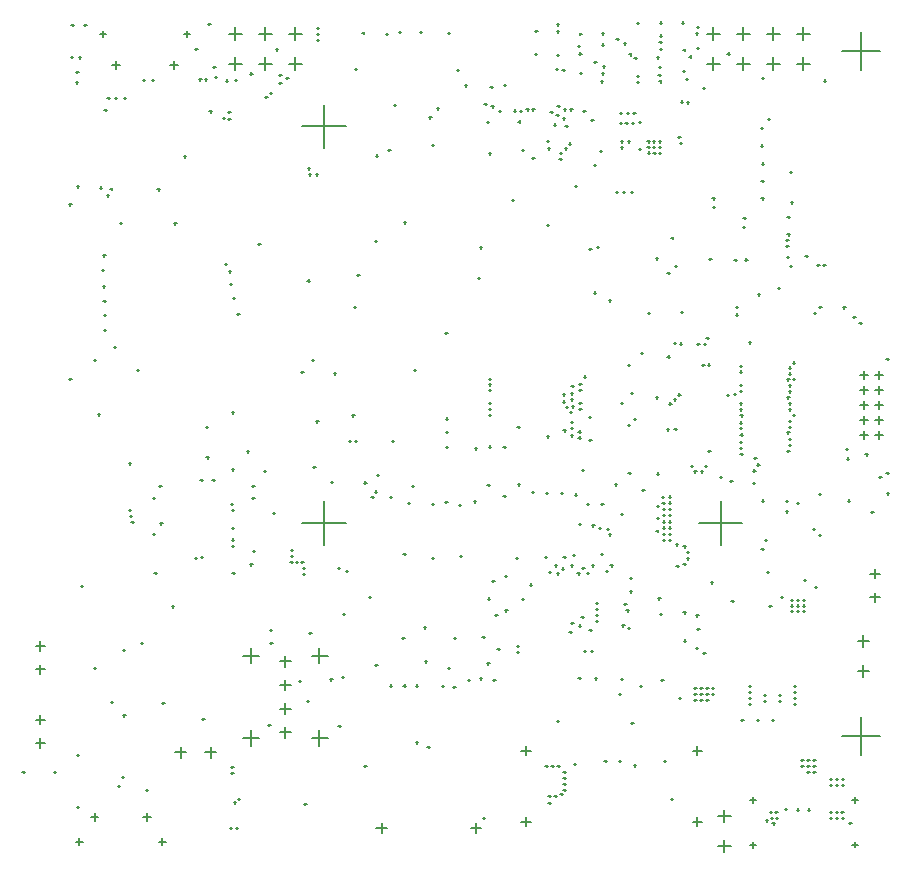
<source format=gbr>
%FSTAX23Y23*%
%MOIN*%
%SFA1B1*%

%IPPOS*%
%ADD140C,0.005000*%
%LNx98_carrier_v1r2_12082022_drillmap_1-1*%
%LPD*%
G54D140*
X00213Y00072D02*
X00236D01*
X00224Y0006D02*
Y00083D01*
X00488Y00072D02*
X00512D01*
X005Y0006D02*
Y00083D01*
X00262Y00154D02*
X00287D01*
X00275Y00141D02*
Y00167D01*
X00437Y00154D02*
X00463D01*
X0045Y00141D02*
Y00167D01*
X00544Y0037D02*
X00579D01*
X00561Y00352D02*
Y00387D01*
X00644Y0037D02*
X00679D01*
X00661Y00352D02*
Y00387D01*
X00079Y00479D02*
X0011D01*
X00094Y00463D02*
Y00495D01*
X00079Y00401D02*
X0011D01*
X00094Y00385D02*
Y00416D01*
X00078Y00647D02*
X00109D01*
X00093Y00631D02*
Y00662D01*
X00078Y00725D02*
X00109D01*
X00093Y00709D02*
Y00741D01*
X00769Y00417D02*
X00823D01*
X00796Y0039D02*
Y00443D01*
X02352Y00157D02*
X02396D01*
X02374Y00136D02*
Y00179D01*
X02352Y00057D02*
X02396D01*
X02374Y00036D02*
Y00079D01*
X02459Y00062D02*
X02478D01*
X02468Y00052D02*
Y00072D01*
X02799Y00062D02*
X02818D01*
X02809Y00053D02*
Y00072D01*
X02799Y00212D02*
X02818D01*
X02809Y00202D02*
Y00222D01*
X02459Y00212D02*
X02478D01*
X02468Y00202D02*
Y00222D01*
X01214Y00118D02*
X0125D01*
X01232Y001D02*
Y00135D01*
X01529Y00118D02*
X01564D01*
X01547Y001D02*
Y00135D01*
X00965Y01133D02*
X01111D01*
X01038Y0106D02*
Y01206D01*
X00965Y02456D02*
X01111D01*
X01038Y02383D02*
Y02529D01*
X02765Y02708D02*
X02891D01*
X02828Y02645D02*
Y02771D01*
X00574Y02765D02*
X00594D01*
X00584Y02755D02*
Y02775D01*
X00291Y02765D02*
X00311D01*
X00301Y02755D02*
Y02775D01*
X00332Y02661D02*
X0036D01*
X00346Y02647D02*
Y02675D01*
X00525Y02661D02*
X00553D01*
X00539Y02647D02*
Y02675D01*
X02877Y01528D02*
X02902D01*
X0289Y01515D02*
Y01541D01*
X02877Y01478D02*
X02902D01*
X0289Y01465D02*
Y01491D01*
X02827Y01478D02*
X02852D01*
X0284Y01465D02*
Y01491D01*
X02827Y01428D02*
X02852D01*
X0284Y01415D02*
Y01441D01*
X02827Y01528D02*
X02852D01*
X0284Y01515D02*
Y01541D01*
X02827Y01578D02*
X02852D01*
X0284Y01565D02*
Y01591D01*
X02877Y01428D02*
X02902D01*
X0289Y01415D02*
Y01441D01*
X02877Y01578D02*
X02902D01*
X0289Y01565D02*
Y01591D01*
X02827Y01628D02*
X02852D01*
X0284Y01615D02*
Y01641D01*
X02877Y01628D02*
X02902D01*
X0289Y01615D02*
Y01641D01*
X02615Y02764D02*
X02658D01*
X02637Y02743D02*
Y02786D01*
X02515Y02764D02*
X02558D01*
X02537Y02743D02*
Y02786D01*
X02415Y02764D02*
X02458D01*
X02437Y02743D02*
Y02786D01*
X02315Y02764D02*
X02358D01*
X02337Y02743D02*
Y02786D01*
X02315Y02664D02*
X02358D01*
X02337Y02643D02*
Y02686D01*
X02415Y02664D02*
X02458D01*
X02437Y02643D02*
Y02686D01*
X02515Y02664D02*
X02558D01*
X02537Y02643D02*
Y02686D01*
X02615Y02664D02*
X02658D01*
X02637Y02643D02*
Y02686D01*
X00923Y02764D02*
X00966D01*
X00944Y02743D02*
Y02786D01*
X00823Y02764D02*
X00866D01*
X00844Y02743D02*
Y02786D01*
X00723Y02764D02*
X00766D01*
X00744Y02743D02*
Y02786D01*
X00723Y02664D02*
X00766D01*
X00744Y02643D02*
Y02686D01*
X00823Y02664D02*
X00866D01*
X00844Y02643D02*
Y02686D01*
X00923Y02664D02*
X00966D01*
X00944Y02643D02*
Y02686D01*
X01697Y00375D02*
X01728D01*
X01713Y0036D02*
Y00391D01*
X02268Y00375D02*
X02299D01*
X02283Y0036D02*
Y00391D01*
X02268Y00139D02*
X02299D01*
X02283Y00124D02*
Y00155D01*
X01697Y00139D02*
X01728D01*
X01713Y00124D02*
Y00155D01*
X00998Y00417D02*
X01051D01*
X01024Y0039D02*
Y00443D01*
X00998Y00692D02*
X01051D01*
X01024Y00666D02*
Y00719D01*
X00769Y00692D02*
X00823D01*
X00796Y00666D02*
Y00719D01*
X00892Y00437D02*
X00928D01*
X0091Y00418D02*
Y00455D01*
X00892Y00515D02*
X00928D01*
X0091Y00497D02*
Y00533D01*
X00892Y00594D02*
X00928D01*
X0091Y00576D02*
Y00612D01*
X00892Y00673D02*
X00928D01*
X0091Y00655D02*
Y00691D01*
X0286Y00887D02*
X02891D01*
X02875Y00871D02*
Y00902D01*
X0286Y00965D02*
X02891D01*
X02875Y0095D02*
Y00981D01*
X02818Y0064D02*
X02857D01*
X02837Y0062D02*
Y0066D01*
X02818Y0074D02*
X02857D01*
X02837Y0072D02*
Y0076D01*
X02765Y00425D02*
X02891D01*
X02828Y00362D02*
Y00488D01*
X02288Y01133D02*
X02434D01*
X02361Y0106D02*
Y01206D01*
X01483Y02645D02*
X0149D01*
X01487Y02641D02*
Y02648D01*
X01271Y02527D02*
X01278D01*
X01275Y02523D02*
Y0253D01*
X01733Y02351D02*
X01741D01*
X01737Y02347D02*
Y02355D01*
X01698Y02378D02*
X01705D01*
X01702Y02374D02*
Y02381D01*
X0159Y02366D02*
X01597D01*
X01594Y02362D02*
Y02369D01*
X01358Y02771D02*
X01365D01*
X01362Y02767D02*
Y02774D01*
X01452Y02769D02*
X01459D01*
X01456Y02765D02*
Y02772D01*
X01415Y02516D02*
X01422D01*
X01419Y02512D02*
Y02519D01*
X01245Y02764D02*
X01252D01*
X01249Y0276D02*
Y02767D01*
X01167Y02768D02*
X01174D01*
X01171Y02764D02*
Y02771D01*
X01288Y02772D02*
X01295D01*
X01292Y02768D02*
Y02775D01*
X00388Y01333D02*
X00396D01*
X00392Y01329D02*
Y01336D01*
X00286Y01496D02*
X00293D01*
X0029Y01492D02*
Y01499D01*
X00139Y00304D02*
X00147D01*
X00143Y003D02*
Y00307D01*
X00215Y00361D02*
X00223D01*
X00219Y00357D02*
Y00364D01*
X00215Y00188D02*
X00223D01*
X00219Y00184D02*
Y00192D01*
X00034Y00304D02*
X00042D01*
X00038Y003D02*
Y00308D01*
X02592Y02305D02*
X02599D01*
X02596Y02301D02*
Y02308D01*
X00415Y01644D02*
X00422D01*
X00419Y0164D02*
Y01647D01*
X00271Y00651D02*
X00278D01*
X00275Y00647D02*
Y00654D01*
X00531Y00856D02*
X00539D01*
X00535Y00852D02*
Y0086D01*
X00843Y02555D02*
X00851D01*
X00847Y02551D02*
Y02559D01*
X00858Y02568D02*
X00866D01*
X00862Y02564D02*
Y02572D01*
X0089Y026D02*
X00898D01*
X00894Y02596D02*
Y02604D01*
X00657Y02506D02*
X00665D01*
X00661Y02502D02*
Y0251D01*
X0072Y02505D02*
X00728D01*
X00724Y02502D02*
Y02509D01*
X00623Y02613D02*
X00631D01*
X00627Y02609D02*
Y02617D01*
X00641Y02613D02*
X00649D01*
X00645Y02609D02*
Y02617D01*
X00675Y0262D02*
X00683D01*
X00679Y02616D02*
Y02624D01*
X0061Y02715D02*
X00618D01*
X00614Y02711D02*
Y02719D01*
X0067Y02655D02*
X00678D01*
X00674Y02651D02*
Y02659D01*
X00711Y02609D02*
X00718D01*
X00715Y02605D02*
Y02613D01*
X00653Y02797D02*
X00661D01*
X00657Y02793D02*
Y028D01*
X0019Y01614D02*
X00198D01*
X00194Y0161D02*
Y01617D01*
X01209Y02074D02*
X01217D01*
X01213Y0207D02*
Y02077D01*
X00468Y01218D02*
X00476D01*
X00472Y01214D02*
Y01221D01*
X0049Y01259D02*
X00498D01*
X00494Y01255D02*
Y01262D01*
X00271Y01677D02*
X00279D01*
X00275Y01673D02*
Y0168D01*
X02765Y0026D02*
X02773D01*
X02769Y00256D02*
Y00264D01*
X02725Y0028D02*
X02733D01*
X02729Y00276D02*
Y00284D01*
X02745Y0028D02*
X02753D01*
X02749Y00276D02*
Y00284D01*
X0267Y00345D02*
X02678D01*
X02674Y00341D02*
Y00349D01*
X02765Y0028D02*
X02773D01*
X02769Y00276D02*
Y00284D01*
X02779Y0138D02*
X02787D01*
X02783Y01376D02*
Y01383D01*
X0289Y01287D02*
X02898D01*
X02894Y01283D02*
Y0129D01*
X02745Y0026D02*
X02753D01*
X02749Y00256D02*
Y00264D01*
X02726Y0026D02*
X02734D01*
X0273Y00256D02*
Y00264D01*
X0267Y00305D02*
X02678D01*
X02674Y00301D02*
Y00309D01*
X0267Y00325D02*
X02678D01*
X02674Y00321D02*
Y00329D01*
X00228Y00924D02*
X00236D01*
X00232Y0092D02*
Y00927D01*
X0019Y02196D02*
X00198D01*
X00194Y02192D02*
Y02199D01*
X00369Y00711D02*
X00377D01*
X00373Y00707D02*
Y00715D01*
X0037Y00493D02*
X00378D01*
X00374Y00489D02*
Y00497D01*
X00446Y00245D02*
X00454D01*
X0045Y00241D02*
Y00249D01*
X00352Y00257D02*
X0036D01*
X00356Y00253D02*
Y00261D01*
X00429Y00734D02*
X00437D01*
X00433Y0073D02*
Y00737D01*
X005Y00534D02*
X00508D01*
X00504Y0053D02*
Y00537D01*
X00633Y0048D02*
X00641D01*
X00637Y00476D02*
Y00483D01*
X00329Y00539D02*
X00337D01*
X00333Y00535D02*
Y00542D01*
X00366Y00289D02*
X00374D01*
X0037Y00285D02*
Y00292D01*
X00726Y00117D02*
X00734D01*
X0073Y00113D02*
Y00121D01*
X00746Y00117D02*
X00754D01*
X0075Y00113D02*
Y00121D01*
X00474Y00967D02*
X00482D01*
X00478Y00963D02*
Y0097D01*
X01509Y02593D02*
X01516D01*
X01513Y02589D02*
Y02597D01*
X02596Y02203D02*
X02604D01*
X026Y02199D02*
Y02206D01*
X00216Y02256D02*
X00224D01*
X0022Y02252D02*
Y02259D01*
X01086Y00985D02*
X01094D01*
X0109Y00981D02*
Y00988D01*
X01013Y01473D02*
X01021D01*
X01017Y01469D02*
Y01476D01*
X01133Y01493D02*
X01141D01*
X01137Y01489D02*
Y01496D01*
X01112Y00975D02*
X0112D01*
X01116Y00971D02*
Y00978D01*
X00963Y01638D02*
X00971D01*
X00967Y01634D02*
Y01641D01*
X01071Y01633D02*
X01079D01*
X01075Y01629D02*
Y01636D01*
X01994Y00993D02*
X02002D01*
X01998Y00989D02*
Y00996D01*
X01979Y00974D02*
X01987D01*
X01983Y0097D02*
Y00977D01*
X01643Y00843D02*
X01651D01*
X01647Y00839D02*
Y00846D01*
X01567Y00755D02*
X01575D01*
X01571Y00751D02*
Y00759D01*
X01948Y02054D02*
X01956D01*
X01952Y0205D02*
Y02057D01*
X0161Y00828D02*
X01618D01*
X01614Y00824D02*
Y00831D01*
X01923Y02049D02*
X01931D01*
X01927Y02045D02*
Y02052D01*
X01989Y01096D02*
X01997D01*
X01993Y01092D02*
Y01099D01*
X01583Y02471D02*
X0159D01*
X01587Y02467D02*
Y02475D01*
X00303Y02026D02*
X00311D01*
X00307Y02022D02*
Y02029D01*
X00299Y01978D02*
X00307D01*
X00303Y01974D02*
Y01981D01*
X00302Y01923D02*
X0031D01*
X00306Y01919D02*
Y01926D01*
X00304Y01875D02*
X00312D01*
X00308Y01871D02*
Y01878D01*
X0075Y01831D02*
X00758D01*
X00754Y01827D02*
Y01834D01*
X00725Y01931D02*
X00733D01*
X00729Y01927D02*
Y01934D01*
X00736Y01884D02*
X00744D01*
X0074Y0188D02*
Y01887D01*
X00721Y01973D02*
X00729D01*
X00725Y01969D02*
Y01976D01*
X01884Y00966D02*
X01892D01*
X01888Y00962D02*
Y00969D01*
X019Y00985D02*
X01908D01*
X01904Y00981D02*
Y00988D01*
X01916Y00968D02*
X01924D01*
X0192Y00964D02*
Y00971D01*
X01932Y00993D02*
X0194D01*
X01936Y00989D02*
Y00996D01*
X00339Y0172D02*
X00347D01*
X00343Y01716D02*
Y01723D01*
X00305Y01777D02*
X00313D01*
X00309Y01773D02*
Y0178D01*
X00305Y01829D02*
X00313D01*
X00309Y01825D02*
Y01832D01*
X00212Y02603D02*
X0022D01*
X00216Y02599D02*
Y02606D01*
X00222Y02686D02*
X0023D01*
X00226Y02682D02*
Y02689D01*
X00213Y02638D02*
X00221D01*
X00217Y02634D02*
Y02641D01*
X00196Y02687D02*
X00204D01*
X002Y02683D02*
Y0269D01*
X01443Y01767D02*
X01451D01*
X01447Y01763D02*
Y0177D01*
X01558Y02053D02*
X01566D01*
X01562Y02049D02*
Y02056D01*
X01551Y01952D02*
X01559D01*
X01555Y01948D02*
Y01955D01*
X0082Y02064D02*
X00828D01*
X00824Y0206D02*
Y02067D01*
X0228Y00826D02*
X02288D01*
X02284Y00822D02*
Y00829D01*
X0115Y0196D02*
X01158D01*
X01154Y01956D02*
Y01963D01*
X01875Y02257D02*
X01883D01*
X01879Y02253D02*
Y0226D01*
X01102Y0083D02*
X0111D01*
X01106Y00826D02*
Y00833D01*
X02158Y00831D02*
X02166D01*
X02162Y00827D02*
Y00834D01*
X02303Y007D02*
X02311D01*
X02307Y00696D02*
Y00704D01*
X01617Y00715D02*
X01625D01*
X01621Y00711D02*
Y00719D01*
X02499Y02617D02*
X02507D01*
X02503Y02613D02*
Y02621D01*
X01959Y02375D02*
X01966D01*
X01963Y02371D02*
Y02379D01*
X02328Y00936D02*
X02335D01*
X02331Y00932D02*
Y0094D01*
X01857Y0077D02*
X01865D01*
X01861Y00766D02*
Y00774D01*
X01888Y00792D02*
X01896D01*
X01892Y00788D02*
Y00796D01*
X02052Y00785D02*
X0206D01*
X02056Y00781D02*
Y00789D01*
X02158Y02759D02*
X02166D01*
X02162Y02755D02*
Y02763D01*
X02237Y0271D02*
X02244D01*
X02241Y02706D02*
Y02714D01*
X02245Y02614D02*
X02253D01*
X02249Y0261D02*
Y02618D01*
X02154Y02628D02*
X02161D01*
X02158Y02624D02*
Y02632D01*
X02082Y02625D02*
X0209D01*
X02086Y02621D02*
Y02629D01*
X01965Y02633D02*
X01972D01*
X01969Y02629D02*
Y02637D01*
X02153Y00883D02*
X02161D01*
X02157Y00879D02*
Y00887D01*
X01197Y0122D02*
X01205D01*
X01201Y01216D02*
Y01224D01*
X01189Y00887D02*
X01197D01*
X01193Y00883D02*
Y0089D01*
X01304Y01032D02*
X01312D01*
X01308Y01028D02*
Y01035D01*
X0121Y0066D02*
X01218D01*
X01214Y00656D02*
Y00663D01*
X02221Y00551D02*
X02229D01*
X02225Y00547D02*
Y00554D01*
X02029Y00615D02*
X02037D01*
X02033Y00612D02*
Y00619D01*
X02455Y0055D02*
X02463D01*
X02459Y00546D02*
Y00554D01*
X02455Y0057D02*
X02463D01*
X02459Y00566D02*
Y00574D01*
X02455Y0053D02*
X02463D01*
X02459Y00526D02*
Y00534D01*
X02091Y00592D02*
X02099D01*
X02095Y00588D02*
Y00595D01*
X01384Y00389D02*
X01392D01*
X01388Y00385D02*
Y00392D01*
X02283Y00782D02*
X02291D01*
X02287Y00778D02*
Y00785D01*
X02455Y01736D02*
X02463D01*
X02459Y01732D02*
Y01739D01*
X02406Y01565D02*
X02413D01*
X02409Y01561D02*
Y01569D01*
X02314Y01751D02*
X02322D01*
X02318Y01747D02*
Y01755D01*
X01781Y02127D02*
X01789D01*
X01785Y02123D02*
Y0213D01*
X01781Y01423D02*
X01789D01*
X01785Y01419D02*
Y01426D01*
X02497Y01049D02*
X02505D01*
X02501Y01045D02*
Y01052D01*
X02578Y01207D02*
X02586D01*
X02582Y01203D02*
Y0121D01*
X02022Y00565D02*
X0203D01*
X02026Y00561D02*
Y00568D01*
X02397Y00874D02*
X02405D01*
X02401Y0087D02*
Y00877D01*
X02302Y02584D02*
X0231D01*
X02306Y0258D02*
Y02587D01*
X0193Y02478D02*
X01938D01*
X01934Y02474D02*
Y02481D01*
X02393Y01274D02*
X02401D01*
X02397Y0127D02*
Y01277D01*
X01899Y0131D02*
X01907D01*
X01903Y01306D02*
Y01314D01*
X00742Y0261D02*
X0075D01*
X00746Y02606D02*
Y02614D01*
X00793Y02632D02*
X00801D01*
X00797Y02628D02*
Y02636D01*
X0072Y0248D02*
X00728D01*
X00724Y02476D02*
Y02484D01*
X00701Y02485D02*
X00709D01*
X00705Y02481D02*
Y02489D01*
X00913Y02617D02*
X00921D01*
X00917Y02613D02*
Y02621D01*
X01806Y02462D02*
X01814D01*
X0181Y02458D02*
Y02466D01*
X0089Y02629D02*
X00898D01*
X00894Y02625D02*
Y02632D01*
X0147Y00588D02*
X01478D01*
X01474Y00584D02*
Y00591D01*
X00782Y01373D02*
X0079D01*
X00786Y01369D02*
Y01376D01*
X00493Y01133D02*
X00501D01*
X00497Y01129D02*
Y01136D01*
X02546Y0015D02*
X02554D01*
X0255Y00146D02*
Y00153D01*
X02512Y00143D02*
X0252D01*
X02516Y00139D02*
Y00146D01*
X02528Y00152D02*
X02536D01*
X02532Y00148D02*
Y00155D01*
X02534Y00133D02*
X02542D01*
X02538Y00129D02*
Y00136D01*
X02196Y00215D02*
X02204D01*
X022Y00211D02*
Y00218D01*
X01816Y00474D02*
X01824D01*
X0182Y0047D02*
Y00477D01*
X01568Y00151D02*
X01576D01*
X01572Y00147D02*
Y00155D01*
X00853Y00462D02*
X00861D01*
X00857Y00458D02*
Y00465D01*
X02763Y00171D02*
X02771D01*
X02767Y00167D02*
Y00174D01*
X00731Y01059D02*
X00739D01*
X00735Y01055D02*
Y01062D01*
X0099Y00769D02*
X00998D01*
X00994Y00765D02*
Y00772D01*
X0258Y02077D02*
X02588D01*
X02584Y02073D02*
Y0208D01*
X0258Y02057D02*
X02588D01*
X02584Y02053D02*
Y0206D01*
X02644Y02024D02*
X02652D01*
X02648Y0202D02*
Y02027D01*
X02551Y01919D02*
X02559D01*
X02555Y01915D02*
Y01922D01*
X0269Y01854D02*
X02698D01*
X02694Y0185D02*
Y01858D01*
X02803Y01822D02*
X02811D01*
X02807Y01818D02*
Y01825D01*
X0277Y01853D02*
X02778D01*
X02774Y01849D02*
Y01856D01*
X02689Y0123D02*
X02697D01*
X02693Y01226D02*
Y01233D01*
X02615Y012D02*
X02623D01*
X02619Y01196D02*
Y01203D01*
X02562Y00888D02*
X0257D01*
X02566Y00884D02*
Y00892D01*
X01943Y00616D02*
X0195D01*
X01946Y00612D02*
Y0062D01*
X02676Y00922D02*
X02684D01*
X0268Y00918D02*
Y00925D01*
X02638Y00944D02*
X02646D01*
X02642Y0094D02*
Y00947D01*
X00734Y00968D02*
X00742D01*
X00738Y00964D02*
Y00971D01*
X00793Y00996D02*
X00801D01*
X00797Y00992D02*
Y00999D01*
X01099Y00621D02*
X01107D01*
X01103Y00617D02*
Y00624D01*
X0106Y00613D02*
X01068D01*
X01064Y00609D02*
Y00616D01*
X00955Y00608D02*
X00963D01*
X00959Y00604D02*
Y00611D01*
X0086Y00735D02*
X00868D01*
X00864Y00731D02*
Y00738D01*
X00858Y00779D02*
X00866D01*
X00862Y00775D02*
Y00782D01*
X01087Y00457D02*
X01095D01*
X01091Y00453D02*
Y0046D01*
X00981Y00541D02*
X00989D01*
X00985Y00537D02*
Y00544D01*
X00647Y01353D02*
X00655D01*
X00651Y01349D02*
Y01356D01*
X00732Y01313D02*
X0074D01*
X00736Y01309D02*
Y01316D01*
X00838Y01308D02*
X00846D01*
X00842Y01305D02*
Y01312D01*
X008Y01257D02*
X00808D01*
X00804Y01253D02*
Y0126D01*
X008Y01217D02*
X00808D01*
X00804Y01213D02*
Y01221D01*
X00729Y01198D02*
X00737D01*
X00733Y01194D02*
Y01201D01*
X00869Y01169D02*
X00877D01*
X00873Y01165D02*
Y01172D01*
X00629Y01021D02*
X00637D01*
X00633Y01017D02*
Y01024D01*
X00391Y01159D02*
X00399D01*
X00395Y01155D02*
Y01162D01*
X00397Y01139D02*
X00405D01*
X00401Y01135D02*
Y01142D01*
X00388Y01179D02*
X00396D01*
X00392Y01175D02*
Y01182D01*
X00801Y0104D02*
X00809D01*
X00805Y01036D02*
Y01043D01*
X00608Y01017D02*
X00616D01*
X00612Y01013D02*
Y0102D01*
X00627Y01279D02*
X00635D01*
X00631Y01275D02*
Y01282D01*
X00667Y01279D02*
X00675D01*
X00671Y01275D02*
Y01282D01*
X00731Y01177D02*
X00739D01*
X00735Y01173D02*
Y01181D01*
X00731Y01118D02*
X00739D01*
X00735Y01114D02*
Y01122D01*
X00731Y01079D02*
X00739D01*
X00735Y01075D02*
Y01083D01*
X00468Y01098D02*
X00476D01*
X00472Y01094D02*
Y01102D01*
X0279Y00134D02*
X02798D01*
X02794Y0013D02*
Y00137D01*
X02171Y0034D02*
X02179D01*
X02175Y00336D02*
Y00344D01*
X02072Y00326D02*
X0208D01*
X02076Y00322D02*
Y00329D01*
X02022Y00341D02*
X0203D01*
X02026Y00337D02*
Y00344D01*
X01974Y00342D02*
X01982D01*
X01978Y00338D02*
Y00345D01*
X02485Y01896D02*
X02493D01*
X02489Y01892D02*
Y019D01*
X02323Y02014D02*
X02331D01*
X02327Y02011D02*
Y02018D01*
X01431Y0059D02*
X01439D01*
X01435Y00586D02*
Y00593D01*
X0054Y02133D02*
X00548D01*
X00544Y02129D02*
Y02136D01*
X00358Y02134D02*
X00365D01*
X00361Y0213D02*
Y02138D01*
X01844Y02458D02*
X01852D01*
X01848Y02454D02*
Y02462D01*
X01583Y00666D02*
X01591D01*
X01587Y00662D02*
Y0067D01*
X01603Y0061D02*
X01611D01*
X01607Y00606D02*
Y00614D01*
X02592Y0199D02*
X026D01*
X02596Y01986D02*
Y01994D01*
X01452Y00651D02*
X0146D01*
X01456Y00647D02*
Y00654D01*
X01376Y00673D02*
X01384D01*
X0138Y00669D02*
Y00677D01*
X01781Y02407D02*
X01789D01*
X01785Y02403D02*
Y02411D01*
X02725Y0017D02*
X02733D01*
X02729Y00166D02*
Y00174D01*
X02745Y0017D02*
X02753D01*
X02749Y00166D02*
Y00174D01*
X02725Y0015D02*
X02733D01*
X02729Y00146D02*
Y00154D01*
X02745Y0015D02*
X02753D01*
X02749Y00146D02*
Y00154D01*
X02765Y0015D02*
X02773D01*
X02769Y00146D02*
Y00154D01*
X02575Y0018D02*
X02583D01*
X02579Y00176D02*
Y00184D01*
X02543Y00171D02*
X02551D01*
X02547Y00167D02*
Y00174D01*
X02525Y0017D02*
X02533D01*
X02529Y00166D02*
Y00174D01*
X0263Y00325D02*
X02638D01*
X02634Y00321D02*
Y00329D01*
X0265Y00305D02*
X02658D01*
X02654Y00301D02*
Y00309D01*
X0265Y00325D02*
X02658D01*
X02654Y00321D02*
Y00329D01*
X0265Y00345D02*
X02658D01*
X02654Y00341D02*
Y00349D01*
X0263Y00345D02*
X02638D01*
X02634Y00341D02*
Y00349D01*
X01346Y00592D02*
X01354D01*
X0135Y00588D02*
Y00596D01*
X01304Y00592D02*
X01312D01*
X01308Y00588D02*
Y00596D01*
X00879Y02713D02*
X00887D01*
X00883Y02709D02*
Y02717D01*
X00572Y02356D02*
X0058D01*
X00576Y02352D02*
Y0236D01*
X01471Y0075D02*
X01479D01*
X01475Y00746D02*
Y00754D01*
X01809Y00993D02*
X01816D01*
X01813Y00989D02*
Y00997D01*
X01788Y0097D02*
X01796D01*
X01792Y00967D02*
Y00974D01*
X01945Y00807D02*
X01952D01*
X01948Y00803D02*
Y00811D01*
X02238Y00742D02*
X02246D01*
X02242Y00738D02*
Y00746D01*
X01946Y00848D02*
X01954D01*
X0195Y00844D02*
Y00852D01*
X01837Y01021D02*
X01845D01*
X01841Y01017D02*
Y01025D01*
X01946Y00867D02*
X01954D01*
X0195Y00863D02*
Y00871D01*
X01862Y00993D02*
X01869D01*
X01865Y00989D02*
Y00997D01*
X01946Y00827D02*
X01954D01*
X0195Y00823D02*
Y00831D01*
X01816Y00966D02*
X01824D01*
X0182Y00962D02*
Y00969D01*
X01831Y00982D02*
X01839D01*
X01835Y00978D02*
Y00986D01*
X02237Y00836D02*
X02245D01*
X02241Y00832D02*
Y0084D01*
X02555Y0054D02*
X02563D01*
X02559Y00536D02*
Y00544D01*
X02555Y0056D02*
X02563D01*
X02559Y00556D02*
Y00564D01*
X02505Y0054D02*
X02513D01*
X02509Y00536D02*
Y00544D01*
X02505Y0056D02*
X02513D01*
X02509Y00556D02*
Y00564D01*
X02605Y0053D02*
X02613D01*
X02609Y00526D02*
Y00534D01*
X02605Y0055D02*
X02613D01*
X02609Y00546D02*
Y00554D01*
X02605Y0057D02*
X02613D01*
X02609Y00566D02*
Y00574D01*
X02605Y0059D02*
X02613D01*
X02609Y00586D02*
Y00594D01*
X02455Y0059D02*
X02463D01*
X02459Y00586D02*
Y00594D01*
X0243Y00478D02*
X02438D01*
X02434Y00475D02*
Y00482D01*
X02531Y00478D02*
X02539D01*
X02535Y00475D02*
Y00482D01*
X02481Y00478D02*
X02489D01*
X02485Y00475D02*
Y00482D01*
X00984Y01942D02*
X00992D01*
X00988Y01938D02*
Y01946D01*
X01558Y00616D02*
X01566D01*
X01562Y00612D02*
Y0062D01*
X01519Y0061D02*
X01527D01*
X01523Y00606D02*
Y00614D01*
X01259Y00592D02*
X01267D01*
X01263Y00588D02*
Y00596D01*
X01817Y02525D02*
X01825D01*
X01821Y02521D02*
Y02529D01*
X00484Y02246D02*
X00492D01*
X00488Y02242D02*
Y0225D01*
X00999Y01678D02*
X01007D01*
X01003Y01674D02*
Y01681D01*
X02296Y01306D02*
X02304D01*
X023Y01302D02*
Y0131D01*
X02426Y01659D02*
X02434D01*
X0243Y01655D02*
Y01662D01*
X023Y01661D02*
X02308D01*
X02304Y01657D02*
Y01665D01*
X0232Y01374D02*
X02328D01*
X02324Y0137D02*
Y01378D01*
X02184Y01689D02*
X02192D01*
X02188Y01685D02*
Y01693D01*
X02205Y01735D02*
X02213D01*
X02209Y01731D02*
Y01739D01*
X02095Y017D02*
X02103D01*
X02099Y01696D02*
Y01703D01*
X01872Y00332D02*
X01879D01*
X01876Y00328D02*
Y00335D01*
X01837Y00305D02*
X01845D01*
X01841Y00301D02*
Y00309D01*
X01399Y02394D02*
X01407D01*
X01403Y0239D02*
Y02398D01*
X00465Y02611D02*
X00473D01*
X00469Y02607D02*
Y02615D01*
X00435Y02611D02*
X00443D01*
X00439Y02607D02*
Y02615D01*
X01863Y00801D02*
X01871D01*
X01867Y00797D02*
Y00805D01*
X02054Y01301D02*
X02062D01*
X02058Y01297D02*
Y01305D01*
X01622Y02507D02*
X0163D01*
X01626Y02503D02*
Y02511D01*
X01597Y02523D02*
X01605D01*
X01601Y02519D02*
Y02527D01*
X01574Y0253D02*
X01582D01*
X01578Y02526D02*
Y02534D01*
X0139Y02486D02*
X01398D01*
X01394Y02482D02*
Y0249D01*
X02319Y01662D02*
X02327D01*
X02323Y01658D02*
Y01666D01*
X02028Y01534D02*
X02035D01*
X02032Y0153D02*
Y01538D01*
X02063Y01567D02*
X0207D01*
X02067Y01563D02*
Y01571D01*
X02051Y0166D02*
X02059D01*
X02055Y01656D02*
Y01664D01*
X02225Y01732D02*
X02233D01*
X02229Y01728D02*
Y01736D01*
X01861Y01451D02*
X01869D01*
X01865Y01447D02*
Y01455D01*
X01861Y01471D02*
X01869D01*
X01865Y01467D02*
Y01475D01*
X01859Y01505D02*
X01866D01*
X01862Y01501D02*
Y01509D01*
X01922Y01488D02*
X0193D01*
X01926Y01484D02*
Y01491D01*
X02145Y01553D02*
X02153D01*
X02149Y01549D02*
Y01557D01*
X02309Y01324D02*
X02316D01*
X02312Y0132D02*
Y01328D01*
X0236Y01288D02*
X02367D01*
X02363Y01284D02*
Y01292D01*
X02149Y01299D02*
X02157D01*
X02153Y01295D02*
Y01303D01*
X021Y01245D02*
X02108D01*
X02104Y01241D02*
Y01249D01*
X02036Y02237D02*
X02044D01*
X0204Y02233D02*
Y02241D01*
X02012Y02238D02*
X0202D01*
X02016Y02234D02*
Y02242D01*
X02061Y02238D02*
X02069D01*
X02065Y02234D02*
Y02242D01*
X01142Y01406D02*
X0115D01*
X01146Y01403D02*
Y0141D01*
X01122Y01406D02*
X0113D01*
X01126Y01403D02*
Y0141D01*
X02584Y02096D02*
X02592D01*
X02588Y02092D02*
Y021D01*
X00646Y01455D02*
X00654D01*
X0065Y01451D02*
Y01459D01*
X00708Y01999D02*
X00716D01*
X00712Y01995D02*
Y02002D01*
X01399Y01018D02*
X01407D01*
X01403Y01014D02*
Y01022D01*
X02683Y01995D02*
X02691D01*
X02687Y01991D02*
Y01999D01*
X02703Y01995D02*
X02711D01*
X02707Y01991D02*
Y01999D01*
X01665Y0221D02*
X01673D01*
X01669Y02206D02*
Y02214D01*
X02705Y02609D02*
X02713D01*
X02709Y02605D02*
Y02613D01*
X02332Y00564D02*
X0234D01*
X02336Y0056D02*
Y00568D01*
X02332Y00583D02*
X0234D01*
X02336Y0058D02*
Y00587D01*
X02274Y00583D02*
X02281D01*
X02277Y0058D02*
Y00587D01*
X02314Y00543D02*
X02321D01*
X02317Y0054D02*
Y00547D01*
X02314Y00563D02*
X02321D01*
X02317Y0056D02*
Y00567D01*
X02294Y00543D02*
X02301D01*
X02297Y0054D02*
Y00547D01*
X02063Y00468D02*
X02071D01*
X02067Y00464D02*
Y00472D01*
X01399Y01197D02*
X01407D01*
X01403Y01193D02*
Y01201D01*
X00927Y01004D02*
X00935D01*
X00931Y01D02*
Y01008D01*
X02498Y02332D02*
X02506D01*
X02502Y02328D02*
Y02336D01*
X02584Y02155D02*
X02592D01*
X02588Y02151D02*
Y02159D01*
X02497Y02216D02*
X02505D01*
X02501Y02212D02*
Y0222D01*
X02497Y02274D02*
X02505D01*
X02501Y0227D02*
Y02278D01*
X02496Y02451D02*
X02504D01*
X025Y02447D02*
Y02455D01*
X02496Y02392D02*
X02504D01*
X025Y02388D02*
Y02396D01*
X01969Y02656D02*
X01977D01*
X01973Y02652D02*
Y0266D01*
X01962Y02606D02*
X0197D01*
X01966Y02602D02*
Y0261D01*
X0194Y02671D02*
X01948D01*
X01944Y02667D02*
Y02675D01*
X02081Y02604D02*
X02089D01*
X02085Y026D02*
Y02608D01*
X01637Y01224D02*
X01645D01*
X01641Y0122D02*
Y01228D01*
X02274Y00543D02*
X02281D01*
X02277Y0054D02*
Y00547D01*
X01492Y01025D02*
X015D01*
X01496Y01021D02*
Y01029D01*
X01961Y0103D02*
X01969D01*
X01965Y01026D02*
Y01034D01*
X01869Y01028D02*
X01877D01*
X01873Y01024D02*
Y01032D01*
X02583Y01374D02*
X02591D01*
X02587Y0137D02*
Y01378D01*
X02583Y01436D02*
X02591D01*
X02587Y01432D02*
Y0144D01*
X02602Y01495D02*
X0261D01*
X02606Y01491D02*
Y01499D01*
X02583Y01553D02*
X02591D01*
X02587Y01549D02*
Y01557D01*
X02583Y01613D02*
X02591D01*
X02587Y01609D02*
Y01617D01*
X02602Y01614D02*
X0261D01*
X02606Y0161D02*
Y01618D01*
X02602Y01669D02*
X0261D01*
X02606Y01665D02*
Y01673D01*
X02484Y01329D02*
X02491D01*
X02487Y01325D02*
Y01333D01*
X01989Y01876D02*
X01996D01*
X01993Y01872D02*
Y0188D01*
X01539Y01206D02*
X01547D01*
X01543Y01202D02*
Y0121D01*
X01584Y01261D02*
X01592D01*
X01588Y01257D02*
Y01265D01*
X01924Y0141D02*
X01931D01*
X01927Y01406D02*
Y01414D01*
X02589Y01573D02*
X02597D01*
X02593Y01569D02*
Y01577D01*
X02589Y01593D02*
X02597D01*
X02593Y01589D02*
Y01597D01*
X00732Y01503D02*
X0074D01*
X00736Y01499D02*
Y01506D01*
X02028Y01165D02*
X02036D01*
X02032Y01161D02*
Y01169D01*
X01963Y01198D02*
X01971D01*
X01967Y01194D02*
Y01201D01*
X01916Y01198D02*
X01924D01*
X0192Y01194D02*
Y01202D01*
X01489Y01195D02*
X01497D01*
X01493Y01191D02*
Y01199D01*
X01775Y0102D02*
X01783D01*
X01779Y01016D02*
Y01024D01*
X02163Y00611D02*
X02171D01*
X02167Y00608D02*
Y00615D01*
X0024Y02794D02*
X00248D01*
X00244Y0279D02*
Y02798D01*
X0132Y012D02*
X01327D01*
X01324Y01196D02*
Y01204D01*
X0189Y01131D02*
X01897D01*
X01893Y01127D02*
Y01135D01*
X01956Y01118D02*
X01964D01*
X0196Y01114D02*
Y01122D01*
X01933Y01126D02*
X01941D01*
X01937Y01122D02*
Y0113D01*
X02426Y01533D02*
X02434D01*
X0243Y01529D02*
Y01537D01*
X016Y0094D02*
X01608D01*
X01604Y00936D02*
Y00944D01*
X02426Y01595D02*
X02434D01*
X0243Y01591D02*
Y01599D01*
X01346Y00403D02*
X01354D01*
X0135Y00399D02*
Y00407D01*
X02426Y01513D02*
X02434D01*
X0243Y01509D02*
Y01517D01*
X013Y0075D02*
X01308D01*
X01304Y00746D02*
Y00754D01*
X02426Y01404D02*
X02434D01*
X0243Y014D02*
Y01408D01*
X01208Y01239D02*
X01216D01*
X01212Y01235D02*
Y01243D01*
X01174Y01269D02*
X01181D01*
X01177Y01265D02*
Y01273D01*
X01641Y00957D02*
X01649D01*
X01645Y00954D02*
Y00961D01*
X01586Y00882D02*
X01593D01*
X01589Y00879D02*
Y00886D01*
X01726Y00929D02*
X01734D01*
X0173Y00925D02*
Y00933D01*
X01983Y01114D02*
X0199D01*
X01986Y0111D02*
Y01118D01*
X02426Y01639D02*
X02434D01*
X0243Y01635D02*
Y01643D01*
X02426Y01575D02*
X02434D01*
X0243Y01571D02*
Y01579D01*
X02008Y01263D02*
X02015D01*
X02012Y01259D02*
Y01267D01*
X02426Y01384D02*
X02434D01*
X0243Y0138D02*
Y01388D01*
X02426Y0145D02*
X02434D01*
X0243Y01446D02*
Y01454D01*
X02426Y01469D02*
X02434D01*
X0243Y01465D02*
Y01473D01*
X02065Y02468D02*
X02073D01*
X02069Y02464D02*
Y02472D01*
X01841Y02383D02*
X01849D01*
X01845Y02379D02*
Y02387D01*
X02509Y01078D02*
X02517D01*
X02513Y01074D02*
Y01082D01*
X00752Y00215D02*
X0076D01*
X00756Y00211D02*
Y00219D01*
X01679Y01019D02*
X01687D01*
X01683Y01015D02*
Y01022D01*
X00197Y02795D02*
X00205D01*
X00201Y02791D02*
Y02799D01*
X00372Y0255D02*
X0038D01*
X00376Y02546D02*
Y02554D01*
X01685Y01263D02*
X01692D01*
X01689Y01259D02*
Y01267D01*
X02211Y01063D02*
X02219D01*
X02215Y01059D02*
Y01067D01*
X02785Y01209D02*
X02793D01*
X02789Y01205D02*
Y01213D01*
X02516Y00971D02*
X02523D01*
X02519Y00967D02*
Y00975D01*
X02214Y00991D02*
X02222D01*
X02218Y00987D02*
Y00995D01*
X02863Y0117D02*
X02871D01*
X02867Y01166D02*
Y01174D01*
X0269Y01095D02*
X02697D01*
X02694Y01091D02*
Y01099D01*
X02248Y01037D02*
X02255D01*
X02251Y01033D02*
Y01041D01*
X02237Y01056D02*
X02245D01*
X02241Y01052D02*
Y0106D01*
X02248Y01016D02*
X02256D01*
X02252Y01012D02*
Y0102D01*
X02237Y00998D02*
X02245D01*
X02241Y00994D02*
Y01002D01*
X02058Y0095D02*
X02066D01*
X02062Y00946D02*
Y00954D01*
X02523Y00858D02*
X02531D01*
X02527Y00854D02*
Y00862D01*
X01876Y01229D02*
X01884D01*
X0188Y01225D02*
Y01233D01*
X01731Y01237D02*
X01738D01*
X01735Y01233D02*
Y01241D01*
X01637Y01388D02*
X01645D01*
X01641Y01384D02*
Y01392D01*
X01589Y01515D02*
X01597D01*
X01593Y01511D02*
Y01519D01*
X01589Y01577D02*
X01597D01*
X01593Y01573D02*
Y01581D01*
X01589Y01389D02*
X01596D01*
X01593Y01385D02*
Y01393D01*
X01589Y01596D02*
X01597D01*
X01593Y01592D02*
Y016D01*
X01589Y01495D02*
X01597D01*
X01593Y01491D02*
Y01499D01*
X01589Y01535D02*
X01597D01*
X01593Y01531D02*
Y01539D01*
X01589Y01615D02*
X01597D01*
X01593Y01611D02*
Y01619D01*
X01443Y01204D02*
X01451D01*
X01447Y012D02*
Y01207D01*
X01258Y01221D02*
X01266D01*
X01262Y01218D02*
Y01225D01*
X0186Y02513D02*
X01868D01*
X01864Y02509D02*
Y02517D01*
X01856Y02399D02*
X01864D01*
X0186Y02395D02*
Y02403D01*
X01903Y02508D02*
X01911D01*
X01907Y02504D02*
Y02512D01*
X01835Y02483D02*
X01843D01*
X01839Y02479D02*
Y02487D01*
X0184Y02513D02*
X01847D01*
X01844Y02509D02*
Y02516D01*
X01814Y02495D02*
X01822D01*
X01818Y02491D02*
Y02499D01*
X01794Y02504D02*
X01802D01*
X01798Y025D02*
Y02508D01*
X01733Y02513D02*
X01741D01*
X01737Y02509D02*
Y02517D01*
X01714Y02513D02*
X01722D01*
X01718Y02509D02*
Y02517D01*
X01816Y02773D02*
X01824D01*
X0182Y02769D02*
Y02777D01*
X0203Y02406D02*
X02037D01*
X02034Y02402D02*
Y0241D01*
X01638Y02595D02*
X01646D01*
X01642Y02592D02*
Y02599D01*
X02044Y02468D02*
X02051D01*
X02048Y02464D02*
Y02472D01*
X01938Y02327D02*
X01946D01*
X01942Y02323D02*
Y0233D01*
X01825Y02367D02*
X01833D01*
X01829Y02363D02*
Y02371D01*
X01966Y02729D02*
X01974D01*
X0197Y02725D02*
Y02733D01*
X01965Y02766D02*
X01973D01*
X01969Y02762D02*
Y0277D01*
X01892Y02635D02*
X019D01*
X01896Y02631D02*
Y02639D01*
X01891Y02765D02*
X01898D01*
X01894Y02761D02*
Y02769D01*
X02051Y02406D02*
X02058D01*
X02055Y02402D02*
Y0241D01*
X02155Y02406D02*
X02162D01*
X02158Y02402D02*
Y0241D01*
X02519Y02481D02*
X02527D01*
X02523Y02477D02*
Y02485D01*
X01824Y02347D02*
X01832D01*
X01828Y02343D02*
Y02351D01*
X02039Y02733D02*
X02047D01*
X02043Y02729D02*
Y02737D01*
X01671Y02509D02*
X01678D01*
X01675Y02505D02*
Y02513D01*
X01594Y02587D02*
X01601D01*
X01598Y02583D02*
Y02591D01*
X01816Y02695D02*
X01824D01*
X0182Y02691D02*
Y02699D01*
X01692Y02508D02*
X01699D01*
X01696Y02504D02*
Y02512D01*
X01743Y02774D02*
X01751D01*
X01747Y02771D02*
Y02778D01*
X01741Y02697D02*
X01749D01*
X01745Y02693D02*
Y02701D01*
X02499Y01209D02*
X02507D01*
X02503Y01205D02*
Y01213D01*
X02117Y02388D02*
X02125D01*
X02121Y02384D02*
Y02392D01*
X02226Y02401D02*
X02234D01*
X0223Y02397D02*
Y02405D01*
X0222Y02421D02*
X02228D01*
X02224Y02418D02*
Y02425D01*
X01372Y00786D02*
X0138D01*
X01376Y00782D02*
Y0079D01*
X01816Y02796D02*
X01823D01*
X0182Y02792D02*
Y028D01*
X02118Y01835D02*
X02126D01*
X02122Y01831D02*
Y01839D01*
X01905Y01622D02*
X01913D01*
X01909Y01618D02*
Y01626D01*
X01887Y01419D02*
X01895D01*
X01891Y01415D02*
Y01423D01*
X01887Y01439D02*
X01895D01*
X01891Y01435D02*
Y01443D01*
X02473Y0135D02*
X02481D01*
X02477Y01346D02*
Y01354D01*
X02427Y01493D02*
X02435D01*
X02431Y01489D02*
Y01497D01*
X00342Y0255D02*
X0035D01*
X00346Y02546D02*
Y02554D01*
X00317Y0255D02*
X00325D01*
X00321Y02546D02*
Y02554D01*
X00307Y0251D02*
X00315D01*
X00311Y02506D02*
Y02514D01*
X0207Y025D02*
X02078D01*
X02074Y02496D02*
Y02504D01*
X02026Y025D02*
X02034D01*
X0203Y02496D02*
Y02504D01*
X02025Y02468D02*
X02033D01*
X02029Y02464D02*
Y02472D01*
X02048Y025D02*
X02056D01*
X02052Y02496D02*
Y02504D01*
X02137Y02368D02*
X02145D01*
X02141Y02364D02*
Y02372D01*
X02118Y02369D02*
X02125D01*
X02122Y02365D02*
Y02373D01*
X02155Y02368D02*
X02163D01*
X02159Y02364D02*
Y02372D01*
X02082Y02801D02*
X02089D01*
X02086Y02797D02*
Y02805D01*
X01787Y002D02*
X01795D01*
X01791Y00196D02*
Y00204D01*
X01827Y0023D02*
X01835D01*
X01831Y00226D02*
Y00234D01*
X01807Y00225D02*
X01815D01*
X01811Y00221D02*
Y00229D01*
X01787Y00225D02*
X01795D01*
X01791Y00221D02*
Y00229D01*
X01837Y00245D02*
X01845D01*
X01841Y00241D02*
Y00249D01*
X01837Y00265D02*
X01845D01*
X01841Y00261D02*
Y00269D01*
X01837Y00285D02*
X01845D01*
X01841Y00281D02*
Y00289D01*
X01817Y00325D02*
X01825D01*
X01821Y00321D02*
Y00329D01*
X01797Y00325D02*
X01805D01*
X01801Y00321D02*
Y00329D01*
X01777Y00325D02*
X01785D01*
X01781Y00321D02*
Y00329D01*
X02595Y0084D02*
X02603D01*
X02599Y00836D02*
Y00844D01*
X02615Y0084D02*
X02623D01*
X02619Y00836D02*
Y00844D01*
X02636Y0084D02*
X02644D01*
X0264Y00836D02*
Y00844D01*
X02595Y00859D02*
X02603D01*
X02599Y00855D02*
Y00863D01*
X02615Y00859D02*
X02623D01*
X02619Y00855D02*
Y00863D01*
X02636Y00859D02*
X02644D01*
X0264Y00855D02*
Y00863D01*
X02636Y00877D02*
X02644D01*
X0264Y00873D02*
Y00881D01*
X02615Y00877D02*
X02623D01*
X02619Y00873D02*
Y00881D01*
X02595Y00877D02*
X02603D01*
X02599Y00873D02*
Y00881D01*
X02248Y02536D02*
X02256D01*
X02252Y02532D02*
Y0254D01*
X02074Y02684D02*
X02082D01*
X02078Y0268D02*
Y02688D01*
X00973Y00198D02*
X00981D01*
X00977Y00194D02*
Y00201D01*
X01173Y00324D02*
X01181D01*
X01177Y0032D02*
Y00327D01*
X01682Y00705D02*
X0169D01*
X01686Y00701D02*
Y00709D01*
X01682Y00725D02*
X0169D01*
X01686Y00721D02*
Y00729D01*
X02443Y02012D02*
X02451D01*
X02447Y02008D02*
Y02016D01*
X02407Y0201D02*
X02415D01*
X02411Y02006D02*
Y02014D01*
X02336Y02188D02*
X02344D01*
X0234Y02184D02*
Y02191D01*
X02089Y02471D02*
X02096D01*
X02093Y02467D02*
Y02475D01*
X01887Y00617D02*
X01895D01*
X01891Y00613D02*
Y00621D01*
X01906Y00708D02*
X01913D01*
X01909Y00705D02*
Y00712D01*
X0073Y0032D02*
X00738D01*
X00734Y00316D02*
Y00324D01*
X0073Y00301D02*
X00738D01*
X00734Y00297D02*
Y00305D01*
X00739Y00203D02*
X00747D01*
X00743Y00199D02*
Y00206D01*
X02197Y02085D02*
X02204D01*
X02201Y02081D02*
Y02089D01*
X02208Y0199D02*
X02215D01*
X02212Y01986D02*
Y01994D01*
X02029Y02386D02*
X02036D01*
X02033Y02382D02*
Y0239D01*
X01699Y00881D02*
X01706D01*
X01703Y00877D02*
Y00885D01*
X02384Y02699D02*
X02391D01*
X02388Y02695D02*
Y02703D01*
X02781Y01349D02*
X02789D01*
X02785Y01345D02*
Y01353D01*
X01785Y02383D02*
X01793D01*
X01789Y02379D02*
Y02387D01*
X02274Y00563D02*
X02281D01*
X02277Y0056D02*
Y00567D01*
X02294Y00563D02*
X02301D01*
X02297Y0056D02*
Y00567D01*
X02314Y00583D02*
X02321D01*
X02317Y0058D02*
Y00587D01*
X02294Y00583D02*
X02301D01*
X02297Y0058D02*
Y00587D01*
X02616Y00179D02*
X02624D01*
X0262Y00175D02*
Y00183D01*
X02653Y00179D02*
X0266D01*
X02656Y00175D02*
Y00183D01*
X01897Y0082D02*
X01905D01*
X01901Y00816D02*
Y00824D01*
X02169Y01098D02*
X02176D01*
X02172Y01094D02*
Y01102D01*
X02169Y01078D02*
X02176D01*
X02172Y01074D02*
Y01082D01*
X02169Y01139D02*
X02176D01*
X02172Y01135D02*
Y01143D01*
X02169Y01119D02*
X02176D01*
X02172Y01115D02*
Y01123D01*
X02168Y0118D02*
X02175D01*
X02171Y01176D02*
Y01184D01*
X02168Y0116D02*
X02175D01*
X02171Y01156D02*
Y01164D01*
X02167Y0122D02*
X02174D01*
X0217Y01216D02*
Y01224D01*
X02167Y01201D02*
X02175D01*
X02171Y01197D02*
Y01205D01*
X02436Y02121D02*
X02444D01*
X0244Y02117D02*
Y02125D01*
X0189Y01534D02*
X01898D01*
X01894Y0153D02*
Y01538D01*
X0189Y01514D02*
X01898D01*
X01894Y0151D02*
Y01518D01*
X02589Y01415D02*
X02597D01*
X02593Y01411D02*
Y01419D01*
X02579Y01173D02*
X02586D01*
X02582Y01169D02*
Y01177D01*
X01216Y01295D02*
X01224D01*
X0122Y01291D02*
Y01299D01*
X01834Y02645D02*
X01842D01*
X01838Y02641D02*
Y02649D01*
X02236Y02641D02*
X02244D01*
X0224Y02637D02*
Y02645D01*
X02278Y00718D02*
X02286D01*
X02282Y00714D02*
Y00722D01*
X02033Y00793D02*
X02041D01*
X02037Y00789D02*
Y00797D01*
X01338Y01645D02*
X01346D01*
X01342Y01641D02*
Y01648D01*
X01265Y01406D02*
X01273D01*
X01269Y01403D02*
Y0141D01*
X01306Y02136D02*
X01314D01*
X0131Y02132D02*
Y02139D01*
X01138Y01855D02*
X01146D01*
X01142Y01851D02*
Y01859D01*
X01253Y02378D02*
X01261D01*
X01257Y02374D02*
Y02382D01*
X00986Y02316D02*
X00993D01*
X0099Y02312D02*
Y0232D01*
X00988Y02296D02*
X00996D01*
X00992Y02292D02*
Y023D01*
X01012Y02296D02*
X01019D01*
X01016Y02292D02*
Y023D01*
X01332Y01257D02*
X0134D01*
X01336Y01253D02*
Y01261D01*
X02582Y0202D02*
X0259D01*
X02586Y02016D02*
Y02024D01*
X02146Y02016D02*
X02153D01*
X0215Y02012D02*
Y0202D01*
X02669Y01114D02*
X02676D01*
X02672Y0111D02*
Y01118D01*
X02155Y02388D02*
X02162D01*
X02158Y02384D02*
Y02392D01*
X02136Y02406D02*
X02144D01*
X0214Y02402D02*
Y0241D01*
X02136Y02387D02*
X02144D01*
X0214Y02383D02*
Y02391D01*
X02117Y02406D02*
X02125D01*
X02121Y02402D02*
Y0241D01*
X02159Y02714D02*
X02166D01*
X02163Y0271D02*
Y02718D01*
X0247Y01309D02*
X02478D01*
X02474Y01305D02*
Y01313D01*
X02915Y01233D02*
X02923D01*
X02919Y01229D02*
Y01237D01*
X0228Y02766D02*
X02287D01*
X02284Y02762D02*
Y0277D01*
X02282Y02717D02*
X0229D01*
X02286Y02713D02*
Y0272D01*
X02231Y02802D02*
X02239D01*
X02235Y02798D02*
Y02806D01*
X02149Y02686D02*
X02157D01*
X02153Y02682D02*
Y0269D01*
X02014Y02747D02*
X02022D01*
X02018Y02743D02*
Y02751D01*
X02334Y02216D02*
X02342D01*
X02338Y02212D02*
Y02219D01*
X02184Y01967D02*
X02191D01*
X02188Y01963D02*
Y01971D01*
X02824Y01801D02*
X02831D01*
X02828Y01797D02*
Y01805D01*
X02671Y01835D02*
X02678D01*
X02675Y01831D02*
Y01839D01*
X02411Y01855D02*
X02418D01*
X02415Y01851D02*
Y01859D01*
X02228Y01838D02*
X02236D01*
X02232Y01834D02*
Y01841D01*
X02411Y01829D02*
X02418D01*
X02415Y01825D02*
Y01833D01*
X02089Y0238D02*
X02097D01*
X02093Y02376D02*
Y02384D01*
X01886Y02725D02*
X01893D01*
X0189Y02721D02*
Y02729D01*
X01811Y02647D02*
X01818D01*
X01815Y02643D02*
Y02651D01*
X01687Y02472D02*
X01694D01*
X01691Y02468D02*
Y02476D01*
X01938Y01902D02*
X01945D01*
X01942Y01898D02*
Y01906D01*
X02427Y01429D02*
X02435D01*
X02431Y01425D02*
Y01433D01*
X02427Y01364D02*
X02435D01*
X02431Y0136D02*
Y01368D01*
X0222Y01562D02*
X02228D01*
X02224Y01558D02*
Y01566D01*
X02205Y01546D02*
X02213D01*
X02209Y01542D02*
Y0155D01*
X0219Y01532D02*
X02198D01*
X02194Y01528D02*
Y01536D01*
X02207Y01447D02*
X02215D01*
X02211Y01443D02*
Y01451D01*
X02181Y01446D02*
X02189D01*
X02185Y01442D02*
Y0145D01*
X02073Y0148D02*
X0208D01*
X02077Y01476D02*
Y01484D01*
X02052Y01461D02*
X02059D01*
X02056Y01457D02*
Y01465D01*
X02914Y013D02*
X02921D01*
X02918Y01296D02*
Y01304D01*
X0247Y01268D02*
X02477D01*
X02474Y01264D02*
Y01272D01*
X02262Y01325D02*
X02269D01*
X02266Y01321D02*
Y01329D01*
X02188Y01222D02*
X02195D01*
X02192Y01218D02*
Y01226D01*
X02189Y01119D02*
X02197D01*
X02193Y01115D02*
Y01123D01*
X02189Y01139D02*
X02197D01*
X02193Y01135D02*
Y01143D01*
X02189Y01098D02*
X02197D01*
X02193Y01094D02*
Y01102D01*
X02188Y0118D02*
X02196D01*
X02192Y01176D02*
Y01184D01*
X02188Y0116D02*
X02196D01*
X02192Y01156D02*
Y01164D01*
X02189Y01078D02*
X02197D01*
X02193Y01074D02*
Y01082D01*
X02188Y01202D02*
X02195D01*
X02192Y01199D02*
Y01206D01*
X02149Y01191D02*
X02157D01*
X02153Y01187D02*
Y01195D01*
X02149Y0115D02*
X02156D01*
X02153Y01146D02*
Y01154D01*
X02147Y01108D02*
X02154D01*
X02151Y01104D02*
Y01112D01*
X01829Y01234D02*
X01836D01*
X01833Y0123D02*
Y01238D01*
X01779Y01235D02*
X01786D01*
X01783Y01231D02*
Y01239D01*
X01684Y01455D02*
X01691D01*
X01688Y01451D02*
Y01459D01*
X01541Y01383D02*
X01548D01*
X01545Y01379D02*
Y01387D01*
X01929Y00707D02*
X01936D01*
X01933Y00703D02*
Y00711D01*
X01016Y02745D02*
X01023D01*
X0102Y02741D02*
Y02749D01*
X01016Y02765D02*
X01023D01*
X0102Y02761D02*
Y02769D01*
X01016Y02785D02*
X01023D01*
X0102Y02781D02*
Y02789D01*
X01143Y02649D02*
X0115D01*
X01147Y02645D02*
Y02652D01*
X01211Y02359D02*
X01219D01*
X01215Y02355D02*
Y02363D01*
X01446Y01482D02*
X01453D01*
X0145Y01478D02*
Y01486D01*
X01446Y01438D02*
X01453D01*
X0145Y01434D02*
Y01442D01*
X01446Y01387D02*
X01453D01*
X0145Y01383D02*
Y01391D01*
X00291Y02252D02*
X00298D01*
X00295Y02248D02*
Y02256D01*
X00327Y02248D02*
X00334D01*
X00331Y02244D02*
Y02252D01*
X00316Y02226D02*
X00323D01*
X0032Y02222D02*
Y0223D01*
X00929Y01045D02*
X00936D01*
X00933Y01041D02*
Y01049D01*
X00929Y01024D02*
X00936D01*
X00932Y0102D02*
Y01028D01*
X00945Y01004D02*
X00952D01*
X00948Y01D02*
Y01008D01*
X00969Y00984D02*
X00976D01*
X00972Y0098D02*
Y00988D01*
X00964Y01004D02*
X00971D01*
X00967Y01D02*
Y01008D01*
X00969Y00964D02*
X00976D01*
X00972Y0096D02*
Y00968D01*
X02058Y00906D02*
X02066D01*
X02062Y00902D02*
Y0091D01*
X0204Y00865D02*
X02048D01*
X02044Y00861D02*
Y00869D01*
X01924Y00777D02*
X01931D01*
X01928Y00773D02*
Y00781D01*
X02047Y00843D02*
X02055D01*
X02051Y00839D02*
Y00847D01*
X02283Y0173D02*
X02291D01*
X02287Y01726D02*
Y01734D01*
X02844Y01363D02*
X02852D01*
X02848Y01359D02*
Y01367D01*
X0189Y01598D02*
X01898D01*
X01894Y01594D02*
Y01602D01*
X0189Y01578D02*
X01898D01*
X01894Y01574D02*
Y01582D01*
X01861Y01566D02*
X01869D01*
X01865Y01562D02*
Y0157D01*
X01861Y01546D02*
X01869D01*
X01865Y01542D02*
Y0155D01*
X02914Y0168D02*
X02922D01*
X02918Y01676D02*
Y01684D01*
X02306Y0173D02*
X02314D01*
X0231Y01726D02*
Y01734D01*
X02229Y02539D02*
X02236D01*
X02233Y02535D02*
Y02543D01*
X02437Y0215D02*
X02445D01*
X02441Y02146D02*
Y02154D01*
X02159Y02802D02*
X02167D01*
X02163Y02798D02*
Y02806D01*
X02157Y02738D02*
X02165D01*
X02161Y02734D02*
Y02742D01*
X0189Y02699D02*
X01898D01*
X01894Y02695D02*
Y02703D01*
X02281Y02787D02*
X02289D01*
X02285Y02783D02*
Y02791D01*
X02057Y02696D02*
X02064D01*
X02061Y02692D02*
Y027D01*
X02156Y02654D02*
X02163D01*
X0216Y0265D02*
Y02658D01*
X02157Y02606D02*
X02164D01*
X02161Y02602D02*
Y0261D01*
X02257Y02689D02*
X02264D01*
X02261Y02685D02*
Y02693D01*
X02381Y0156D02*
X02389D01*
X02385Y01557D02*
Y01564D01*
X02273Y01306D02*
X02281D01*
X02277Y01302D02*
Y0131D01*
X02589Y01652D02*
X02597D01*
X02593Y01648D02*
Y01656D01*
X02589Y01632D02*
X02597D01*
X02593Y01628D02*
Y01636D01*
X02589Y01533D02*
X02597D01*
X02593Y01529D02*
Y01537D01*
X02589Y01513D02*
X02597D01*
X02593Y01509D02*
Y01517D01*
X02589Y01475D02*
X02597D01*
X02593Y01471D02*
Y01479D01*
X02589Y01455D02*
X02597D01*
X02593Y01451D02*
Y01459D01*
X02589Y01395D02*
X02597D01*
X02593Y01391D02*
Y01399D01*
X01861Y01426D02*
X01869D01*
X01865Y01422D02*
Y0143D01*
X01837Y01443D02*
X01845D01*
X01841Y01439D02*
Y01447D01*
X01845Y01521D02*
X01852D01*
X01848Y01517D02*
Y01525D01*
X01865Y01523D02*
X01873D01*
X01869Y01519D02*
Y01527D01*
X01835Y01539D02*
X01843D01*
X01839Y01535D02*
Y01543D01*
X01836Y01563D02*
X01844D01*
X0184Y01559D02*
Y01567D01*
X01864Y0159D02*
X01872D01*
X01868Y01586D02*
Y01594D01*
X01062Y0127D02*
X0107D01*
X01066Y01266D02*
Y01274D01*
X01003Y0132D02*
X01011D01*
X01007Y01316D02*
Y01323D01*
M02*
</source>
